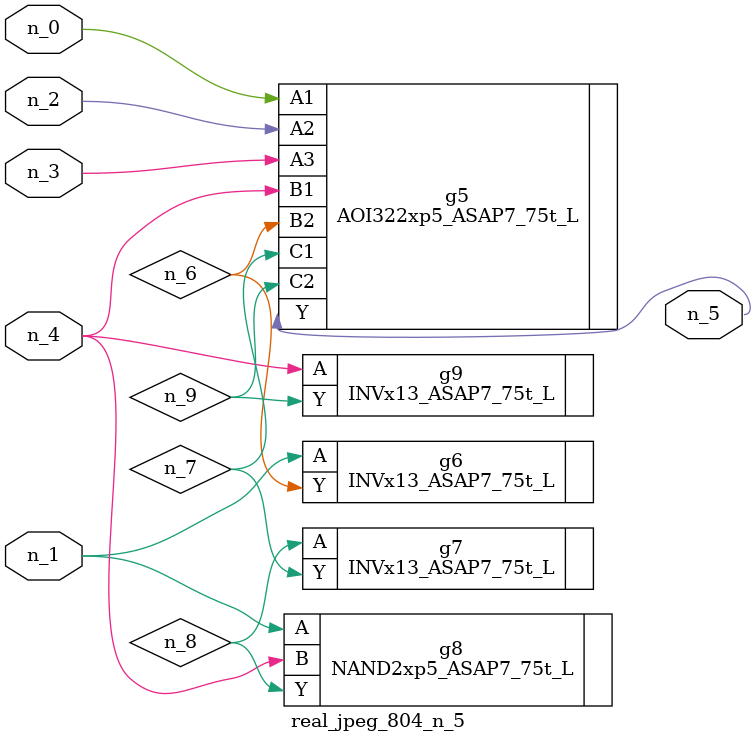
<source format=v>
module real_jpeg_804_n_5 (n_4, n_0, n_1, n_2, n_3, n_5);

input n_4;
input n_0;
input n_1;
input n_2;
input n_3;

output n_5;

wire n_8;
wire n_6;
wire n_7;
wire n_9;

AOI322xp5_ASAP7_75t_L g5 ( 
.A1(n_0),
.A2(n_2),
.A3(n_3),
.B1(n_4),
.B2(n_6),
.C1(n_7),
.C2(n_9),
.Y(n_5)
);

INVx13_ASAP7_75t_L g6 ( 
.A(n_1),
.Y(n_6)
);

NAND2xp5_ASAP7_75t_L g8 ( 
.A(n_1),
.B(n_4),
.Y(n_8)
);

INVx13_ASAP7_75t_L g9 ( 
.A(n_4),
.Y(n_9)
);

INVx13_ASAP7_75t_L g7 ( 
.A(n_8),
.Y(n_7)
);


endmodule
</source>
